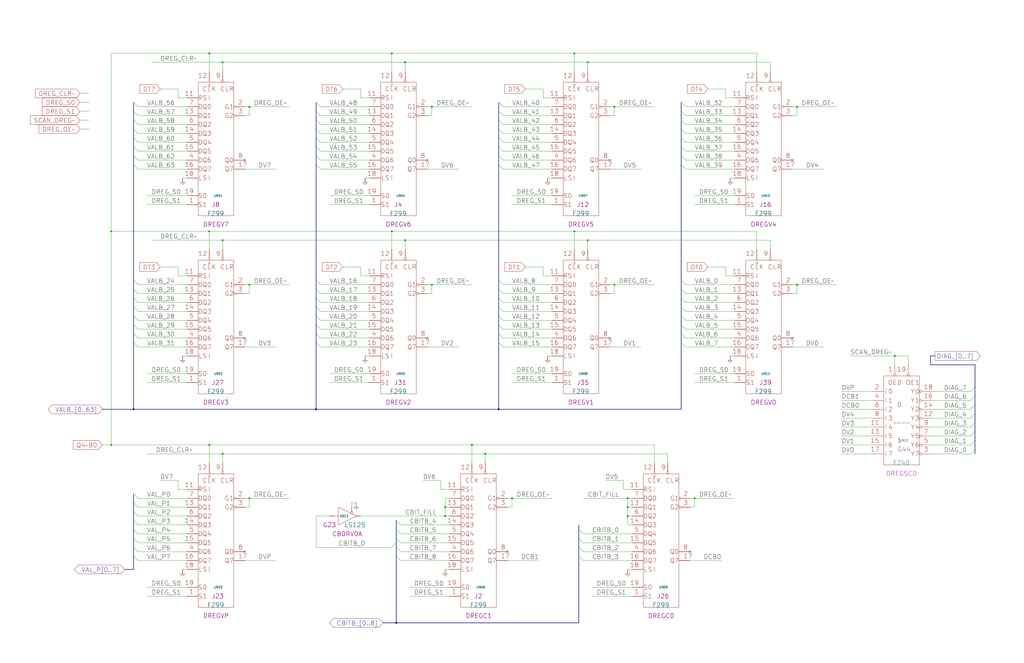
<source format=kicad_sch>
(kicad_sch (version 20211123) (generator eeschema)
  (paper "User" 584.2 378.46)
  (title_block (title "BXCVR\\nVAL & VAL_PAR DIAG REG") (date "08-MAR-90") (rev "0.0") (comment 1 "MEM32 BOARD") (comment 2 "232-003066") (comment 3 "S400") (comment 4 "RELEASED"))
  (junction (at 292.1 284.48))
  (junction (at 142.24 284.48))
  (junction (at 276.86 259.08))
  (junction (at 254 289.56))
  (junction (at 231.14 137.16))
  (junction (at 63.5 132.08))
  (junction (at 510.54 203.2))
  (junction (at 127 259.08))
  (junction (at 350.52 162.56))
  (junction (at 246.38 162.56))
  (junction (at 127 35.56))
  (junction (at 269.24 254))
  (junction (at 119.38 30.48))
  (junction (at 142.24 60.96))
  (junction (at 119.38 132.08))
  (junction (at 119.38 254))
  (junction (at 223.52 132.08))
  (junction (at 226.06 355.6))
  (junction (at 76.2 233.68))
  (junction (at 327.66 30.48))
  (junction (at 142.24 162.56))
  (junction (at 396.24 284.48))
  (junction (at 127 137.16))
  (junction (at 335.28 137.16))
  (junction (at 454.66 60.96))
  (junction (at 180.34 233.68))
  (junction (at 231.14 35.56))
  (junction (at 254 294.64))
  (junction (at 358.14 294.64))
  (junction (at 246.38 60.96))
  (junction (at 335.28 35.56))
  (junction (at 327.66 132.08))
  (junction (at 358.14 289.56))
  (junction (at 63.5 254))
  (junction (at 350.52 60.96))
  (junction (at 284.48 233.68))
  (junction (at 358.14 284.48))
  (junction (at 454.66 162.56))
  (junction (at 223.52 30.48))
  (no_connect (at 289.56 314.96))
  (no_connect (at 139.7 193.04))
  (no_connect (at 243.84 91.44))
  (no_connect (at 347.98 91.44))
  (no_connect (at 347.98 193.04))
  (no_connect (at 139.7 314.96))
  (no_connect (at 243.84 193.04))
  (no_connect (at 452.12 91.44))
  (no_connect (at 139.7 91.44))
  (no_connect (at 393.7 314.96))
  (no_connect (at 452.12 193.04))
  (bus_entry (at 284.48 170.18) (size 2.54 2.54))
  (bus_entry (at 388.62 165.1) (size 2.54 2.54))
  (bus_entry (at 330.2 302.26) (size 2.54 2.54))
  (bus_entry (at 388.62 160.02) (size 2.54 2.54))
  (bus_entry (at 76.2 180.34) (size 2.54 2.54))
  (bus_entry (at 76.2 185.42) (size 2.54 2.54))
  (bus_entry (at 556.26 231.14) (size -2.54 2.54))
  (bus_entry (at 284.48 175.26) (size 2.54 2.54))
  (bus_entry (at 284.48 185.42) (size 2.54 2.54))
  (bus_entry (at 284.48 93.98) (size 2.54 2.54))
  (bus_entry (at 388.62 83.82) (size 2.54 2.54))
  (bus_entry (at 556.26 226.06) (size -2.54 2.54))
  (bus_entry (at 284.48 78.74) (size 2.54 2.54))
  (bus_entry (at 388.62 195.58) (size 2.54 2.54))
  (bus_entry (at 388.62 180.34) (size 2.54 2.54))
  (bus_entry (at 76.2 165.1) (size 2.54 2.54))
  (bus_entry (at 180.34 195.58) (size 2.54 2.54))
  (bus_entry (at 284.48 83.82) (size 2.54 2.54))
  (bus_entry (at 180.34 93.98) (size 2.54 2.54))
  (bus_entry (at 180.34 160.02) (size 2.54 2.54))
  (bus_entry (at 76.2 287.02) (size 2.54 2.54))
  (bus_entry (at 180.34 190.5) (size 2.54 2.54))
  (bus_entry (at 76.2 83.82) (size 2.54 2.54))
  (bus_entry (at 284.48 165.1) (size 2.54 2.54))
  (bus_entry (at 556.26 246.38) (size -2.54 2.54))
  (bus_entry (at 284.48 160.02) (size 2.54 2.54))
  (bus_entry (at 76.2 297.18) (size 2.54 2.54))
  (bus_entry (at 284.48 180.34) (size 2.54 2.54))
  (bus_entry (at 330.2 307.34) (size 2.54 2.54))
  (bus_entry (at 388.62 58.42) (size 2.54 2.54))
  (bus_entry (at 76.2 93.98) (size 2.54 2.54))
  (bus_entry (at 76.2 160.02) (size 2.54 2.54))
  (bus_entry (at 180.34 165.1) (size 2.54 2.54))
  (bus_entry (at 556.26 256.54) (size -2.54 2.54))
  (bus_entry (at 330.2 317.5) (size 2.54 2.54))
  (bus_entry (at 76.2 317.5) (size 2.54 2.54))
  (bus_entry (at 388.62 190.5) (size 2.54 2.54))
  (bus_entry (at 388.62 93.98) (size 2.54 2.54))
  (bus_entry (at 180.34 175.26) (size 2.54 2.54))
  (bus_entry (at 388.62 78.74) (size 2.54 2.54))
  (bus_entry (at 226.06 307.34) (size 2.54 2.54))
  (bus_entry (at 76.2 73.66) (size 2.54 2.54))
  (bus_entry (at 76.2 307.34) (size 2.54 2.54))
  (bus_entry (at 284.48 88.9) (size 2.54 2.54))
  (bus_entry (at 226.06 317.5) (size 2.54 2.54))
  (bus_entry (at 76.2 175.26) (size 2.54 2.54))
  (bus_entry (at 226.06 309.88) (size -2.54 2.54))
  (bus_entry (at 180.34 170.18) (size 2.54 2.54))
  (bus_entry (at 76.2 170.18) (size 2.54 2.54))
  (bus_entry (at 556.26 236.22) (size -2.54 2.54))
  (bus_entry (at 76.2 195.58) (size 2.54 2.54))
  (bus_entry (at 284.48 190.5) (size 2.54 2.54))
  (bus_entry (at 226.06 302.26) (size 2.54 2.54))
  (bus_entry (at 76.2 312.42) (size 2.54 2.54))
  (bus_entry (at 388.62 170.18) (size 2.54 2.54))
  (bus_entry (at 284.48 63.5) (size 2.54 2.54))
  (bus_entry (at 180.34 78.74) (size 2.54 2.54))
  (bus_entry (at 180.34 73.66) (size 2.54 2.54))
  (bus_entry (at 76.2 63.5) (size 2.54 2.54))
  (bus_entry (at 76.2 292.1) (size 2.54 2.54))
  (bus_entry (at 556.26 241.3) (size -2.54 2.54))
  (bus_entry (at 180.34 63.5) (size 2.54 2.54))
  (bus_entry (at 388.62 68.58) (size 2.54 2.54))
  (bus_entry (at 76.2 190.5) (size 2.54 2.54))
  (bus_entry (at 180.34 180.34) (size 2.54 2.54))
  (bus_entry (at 76.2 58.42) (size 2.54 2.54))
  (bus_entry (at 180.34 88.9) (size 2.54 2.54))
  (bus_entry (at 284.48 73.66) (size 2.54 2.54))
  (bus_entry (at 388.62 175.26) (size 2.54 2.54))
  (bus_entry (at 180.34 83.82) (size 2.54 2.54))
  (bus_entry (at 388.62 63.5) (size 2.54 2.54))
  (bus_entry (at 388.62 88.9) (size 2.54 2.54))
  (bus_entry (at 76.2 302.26) (size 2.54 2.54))
  (bus_entry (at 284.48 195.58) (size 2.54 2.54))
  (bus_entry (at 556.26 251.46) (size -2.54 2.54))
  (bus_entry (at 180.34 58.42) (size 2.54 2.54))
  (bus_entry (at 76.2 78.74) (size 2.54 2.54))
  (bus_entry (at 556.26 220.98) (size -2.54 2.54))
  (bus_entry (at 76.2 88.9) (size 2.54 2.54))
  (bus_entry (at 330.2 312.42) (size 2.54 2.54))
  (bus_entry (at 76.2 281.94) (size 2.54 2.54))
  (bus_entry (at 388.62 185.42) (size 2.54 2.54))
  (bus_entry (at 388.62 73.66) (size 2.54 2.54))
  (bus_entry (at 226.06 297.18) (size 2.54 2.54))
  (bus_entry (at 284.48 68.58) (size 2.54 2.54))
  (bus_entry (at 180.34 185.42) (size 2.54 2.54))
  (bus_entry (at 284.48 58.42) (size 2.54 2.54))
  (bus_entry (at 180.34 68.58) (size 2.54 2.54))
  (bus_entry (at 76.2 68.58) (size 2.54 2.54))
  (bus_entry (at 226.06 312.42) (size 2.54 2.54))
  (wire (pts (xy 416.56 203.2) (xy 419.1 203.2)))
  (bus (pts (xy 180.34 190.5) (xy 180.34 195.58)))
  (wire (pts (xy 78.74 60.96) (xy 106.68 60.96)))
  (bus (pts (xy 556.26 231.14) (xy 556.26 236.22)))
  (wire (pts (xy 360.68 279.4) (xy 355.6 279.4)))
  (wire (pts (xy 243.84 96.52) (xy 261.62 96.52)))
  (wire (pts (xy 391.16 182.88) (xy 419.1 182.88)))
  (wire (pts (xy 246.38 167.64) (xy 246.38 162.56)))
  (wire (pts (xy 403.86 50.8) (xy 414.02 50.8)))
  (wire (pts (xy 78.74 289.56) (xy 106.68 289.56)))
  (wire (pts (xy 332.74 284.48) (xy 358.14 284.48)))
  (wire (pts (xy 358.14 284.48) (xy 360.68 284.48)))
  (bus (pts (xy 76.2 88.9) (xy 76.2 93.98)))
  (bus (pts (xy 71.12 325.12) (xy 76.2 325.12)))
  (bus (pts (xy 76.2 281.94) (xy 76.2 287.02)))
  (wire (pts (xy 480.06 223.52) (xy 497.84 223.52)))
  (wire (pts (xy 480.06 248.92) (xy 497.84 248.92)))
  (wire (pts (xy 480.06 228.6) (xy 497.84 228.6)))
  (wire (pts (xy 439.42 35.56) (xy 439.42 40.64)))
  (wire (pts (xy 182.88 187.96) (xy 210.82 187.96)))
  (wire (pts (xy 246.38 60.96) (xy 269.24 60.96)))
  (wire (pts (xy 139.7 320.04) (xy 157.48 320.04)))
  (bus (pts (xy 284.48 180.34) (xy 284.48 185.42)))
  (bus (pts (xy 388.62 190.5) (xy 388.62 195.58)))
  (wire (pts (xy 243.84 198.12) (xy 261.62 198.12)))
  (wire (pts (xy 78.74 162.56) (xy 106.68 162.56)))
  (wire (pts (xy 78.74 193.04) (xy 106.68 193.04)))
  (wire (pts (xy 182.88 96.52) (xy 210.82 96.52)))
  (wire (pts (xy 246.38 66.04) (xy 246.38 60.96)))
  (wire (pts (xy 45.72 53.34) (xy 50.8 53.34)))
  (wire (pts (xy 391.16 96.52) (xy 419.1 96.52)))
  (wire (pts (xy 530.86 238.76) (xy 553.72 238.76)))
  (bus (pts (xy 388.62 78.74) (xy 388.62 83.82)))
  (wire (pts (xy 208.28 101.6) (xy 210.82 101.6)))
  (wire (pts (xy 200.66 287.02) (xy 200.66 289.56)))
  (wire (pts (xy 203.2 287.02) (xy 200.66 287.02)))
  (wire (pts (xy 391.16 60.96) (xy 419.1 60.96)))
  (wire (pts (xy 287.02 182.88) (xy 314.96 182.88)))
  (wire (pts (xy 452.12 96.52) (xy 469.9 96.52)))
  (wire (pts (xy 287.02 193.04) (xy 314.96 193.04)))
  (wire (pts (xy 312.42 101.6) (xy 314.96 101.6)))
  (bus (pts (xy 58.42 233.68) (xy 76.2 233.68)))
  (bus (pts (xy 76.2 233.68) (xy 180.34 233.68)))
  (bus (pts (xy 180.34 233.68) (xy 284.48 233.68)))
  (bus (pts (xy 284.48 233.68) (xy 388.62 233.68)))
  (bus (pts (xy 388.62 58.42) (xy 388.62 63.5)))
  (wire (pts (xy 396.24 284.48) (xy 419.1 284.48)))
  (wire (pts (xy 119.38 30.48) (xy 119.38 40.64)))
  (wire (pts (xy 101.6 157.48) (xy 101.6 152.4)))
  (wire (pts (xy 251.46 279.4) (xy 251.46 274.32)))
  (wire (pts (xy 530.86 254) (xy 553.72 254)))
  (wire (pts (xy 182.88 193.04) (xy 210.82 193.04)))
  (wire (pts (xy 243.84 60.96) (xy 246.38 60.96)))
  (wire (pts (xy 182.88 66.04) (xy 210.82 66.04)))
  (wire (pts (xy 223.52 30.48) (xy 223.52 40.64)))
  (bus (pts (xy 76.2 307.34) (xy 76.2 312.42)))
  (wire (pts (xy 243.84 66.04) (xy 246.38 66.04)))
  (bus (pts (xy 530.86 203.2) (xy 530.86 208.28)))
  (bus (pts (xy 530.86 208.28) (xy 556.26 208.28)))
  (bus (pts (xy 533.4 203.2) (xy 530.86 203.2)))
  (bus (pts (xy 556.26 208.28) (xy 556.26 220.98)))
  (wire (pts (xy 86.36 35.56) (xy 127 35.56)))
  (wire (pts (xy 127 35.56) (xy 231.14 35.56)))
  (wire (pts (xy 231.14 35.56) (xy 335.28 35.56)))
  (wire (pts (xy 335.28 35.56) (xy 439.42 35.56)))
  (bus (pts (xy 180.34 88.9) (xy 180.34 93.98)))
  (wire (pts (xy 454.66 162.56) (xy 477.52 162.56)))
  (wire (pts (xy 332.74 314.96) (xy 360.68 314.96)))
  (wire (pts (xy 78.74 86.36) (xy 106.68 86.36)))
  (bus (pts (xy 388.62 180.34) (xy 388.62 185.42)))
  (wire (pts (xy 63.5 132.08) (xy 119.38 132.08)))
  (wire (pts (xy 119.38 132.08) (xy 223.52 132.08)))
  (wire (pts (xy 223.52 132.08) (xy 327.66 132.08)))
  (wire (pts (xy 327.66 132.08) (xy 431.8 132.08)))
  (wire (pts (xy 182.88 81.28) (xy 210.82 81.28)))
  (wire (pts (xy 332.74 309.88) (xy 360.68 309.88)))
  (bus (pts (xy 76.2 63.5) (xy 76.2 68.58)))
  (bus (pts (xy 330.2 312.42) (xy 330.2 317.5)))
  (wire (pts (xy 182.88 177.8) (xy 210.82 177.8)))
  (bus (pts (xy 284.48 78.74) (xy 284.48 83.82)))
  (wire (pts (xy 299.72 152.4) (xy 309.88 152.4)))
  (bus (pts (xy 180.34 68.58) (xy 180.34 73.66)))
  (wire (pts (xy 254 289.56) (xy 256.54 289.56)))
  (wire (pts (xy 83.82 116.84) (xy 106.68 116.84)))
  (wire (pts (xy 45.72 63.5) (xy 50.8 63.5)))
  (wire (pts (xy 228.6 309.88) (xy 256.54 309.88)))
  (wire (pts (xy 391.16 162.56) (xy 419.1 162.56)))
  (wire (pts (xy 332.74 304.8) (xy 360.68 304.8)))
  (bus (pts (xy 226.06 312.42) (xy 226.06 317.5)))
  (wire (pts (xy 78.74 91.44) (xy 106.68 91.44)))
  (wire (pts (xy 292.1 111.76) (xy 314.96 111.76)))
  (wire (pts (xy 431.8 132.08) (xy 431.8 142.24)))
  (wire (pts (xy 292.1 213.36) (xy 314.96 213.36)))
  (wire (pts (xy 139.7 198.12) (xy 157.48 198.12)))
  (wire (pts (xy 205.74 55.88) (xy 205.74 50.8)))
  (wire (pts (xy 63.5 30.48) (xy 63.5 132.08)))
  (wire (pts (xy 63.5 132.08) (xy 63.5 254)))
  (wire (pts (xy 63.5 254) (xy 119.38 254)))
  (wire (pts (xy 119.38 30.48) (xy 63.5 30.48)))
  (wire (pts (xy 119.38 254) (xy 269.24 254)))
  (wire (pts (xy 223.52 30.48) (xy 119.38 30.48)))
  (wire (pts (xy 269.24 254) (xy 373.38 254)))
  (wire (pts (xy 327.66 30.48) (xy 223.52 30.48)))
  (wire (pts (xy 431.8 30.48) (xy 327.66 30.48)))
  (bus (pts (xy 76.2 175.26) (xy 76.2 180.34)))
  (bus (pts (xy 180.34 175.26) (xy 180.34 180.34)))
  (wire (pts (xy 246.38 162.56) (xy 269.24 162.56)))
  (wire (pts (xy 139.7 289.56) (xy 142.24 289.56)))
  (bus (pts (xy 556.26 236.22) (xy 556.26 241.3)))
  (wire (pts (xy 391.16 81.28) (xy 419.1 81.28)))
  (wire (pts (xy 142.24 289.56) (xy 142.24 284.48)))
  (wire (pts (xy 78.74 314.96) (xy 106.68 314.96)))
  (wire (pts (xy 419.1 55.88) (xy 414.02 55.88)))
  (wire (pts (xy 299.72 50.8) (xy 309.88 50.8)))
  (wire (pts (xy 530.86 243.84) (xy 553.72 243.84)))
  (wire (pts (xy 347.98 198.12) (xy 365.76 198.12)))
  (bus (pts (xy 76.2 317.5) (xy 76.2 325.12)))
  (wire (pts (xy 83.82 340.36) (xy 106.68 340.36)))
  (wire (pts (xy 419.1 157.48) (xy 414.02 157.48)))
  (wire (pts (xy 327.66 30.48) (xy 327.66 40.64)))
  (bus (pts (xy 388.62 170.18) (xy 388.62 175.26)))
  (wire (pts (xy 139.7 162.56) (xy 142.24 162.56)))
  (wire (pts (xy 91.44 50.8) (xy 101.6 50.8)))
  (wire (pts (xy 101.6 55.88) (xy 101.6 50.8)))
  (wire (pts (xy 106.68 55.88) (xy 101.6 55.88)))
  (wire (pts (xy 78.74 177.8) (xy 106.68 177.8)))
  (wire (pts (xy 106.68 279.4) (xy 101.6 279.4)))
  (wire (pts (xy 452.12 162.56) (xy 454.66 162.56)))
  (wire (pts (xy 195.58 152.4) (xy 205.74 152.4)))
  (wire (pts (xy 83.82 218.44) (xy 106.68 218.44)))
  (wire (pts (xy 393.7 284.48) (xy 396.24 284.48)))
  (wire (pts (xy 187.96 111.76) (xy 210.82 111.76)))
  (wire (pts (xy 195.58 50.8) (xy 205.74 50.8)))
  (wire (pts (xy 431.8 30.48) (xy 431.8 40.64)))
  (wire (pts (xy 231.14 137.16) (xy 231.14 142.24)))
  (wire (pts (xy 292.1 218.44) (xy 314.96 218.44)))
  (wire (pts (xy 314.96 55.88) (xy 309.88 55.88)))
  (bus (pts (xy 284.48 88.9) (xy 284.48 93.98)))
  (wire (pts (xy 358.14 325.12) (xy 360.68 325.12)))
  (wire (pts (xy 337.82 340.36) (xy 360.68 340.36)))
  (wire (pts (xy 454.66 60.96) (xy 477.52 60.96)))
  (bus (pts (xy 76.2 58.42) (xy 76.2 63.5)))
  (wire (pts (xy 287.02 81.28) (xy 314.96 81.28)))
  (wire (pts (xy 182.88 167.64) (xy 210.82 167.64)))
  (wire (pts (xy 480.06 233.68) (xy 497.84 233.68)))
  (bus (pts (xy 284.48 160.02) (xy 284.48 165.1)))
  (bus (pts (xy 180.34 165.1) (xy 180.34 170.18)))
  (wire (pts (xy 243.84 162.56) (xy 246.38 162.56)))
  (wire (pts (xy 91.44 152.4) (xy 101.6 152.4)))
  (wire (pts (xy 104.14 101.6) (xy 106.68 101.6)))
  (wire (pts (xy 287.02 167.64) (xy 314.96 167.64)))
  (bus (pts (xy 388.62 73.66) (xy 388.62 78.74)))
  (wire (pts (xy 142.24 167.64) (xy 142.24 162.56)))
  (bus (pts (xy 388.62 160.02) (xy 388.62 165.1)))
  (wire (pts (xy 309.88 55.88) (xy 309.88 50.8)))
  (bus (pts (xy 284.48 195.58) (xy 284.48 233.68)))
  (wire (pts (xy 228.6 314.96) (xy 256.54 314.96)))
  (wire (pts (xy 78.74 284.48) (xy 106.68 284.48)))
  (wire (pts (xy 337.82 335.28) (xy 360.68 335.28)))
  (bus (pts (xy 180.34 83.82) (xy 180.34 88.9)))
  (wire (pts (xy 210.82 55.88) (xy 205.74 55.88)))
  (bus (pts (xy 180.34 63.5) (xy 180.34 68.58)))
  (bus (pts (xy 284.48 190.5) (xy 284.48 195.58)))
  (wire (pts (xy 139.7 96.52) (xy 157.48 96.52)))
  (bus (pts (xy 76.2 68.58) (xy 76.2 73.66)))
  (wire (pts (xy 78.74 172.72) (xy 106.68 172.72)))
  (wire (pts (xy 350.52 66.04) (xy 350.52 60.96)))
  (wire (pts (xy 347.98 96.52) (xy 365.76 96.52)))
  (bus (pts (xy 76.2 160.02) (xy 76.2 165.1)))
  (bus (pts (xy 226.06 302.26) (xy 226.06 307.34)))
  (wire (pts (xy 452.12 66.04) (xy 454.66 66.04)))
  (wire (pts (xy 289.56 289.56) (xy 292.1 289.56)))
  (wire (pts (xy 350.52 167.64) (xy 350.52 162.56)))
  (wire (pts (xy 127 137.16) (xy 127 142.24)))
  (wire (pts (xy 139.7 66.04) (xy 142.24 66.04)))
  (wire (pts (xy 142.24 66.04) (xy 142.24 60.96)))
  (wire (pts (xy 335.28 35.56) (xy 335.28 40.64)))
  (wire (pts (xy 393.7 320.04) (xy 411.48 320.04)))
  (wire (pts (xy 78.74 320.04) (xy 106.68 320.04)))
  (wire (pts (xy 287.02 91.44) (xy 314.96 91.44)))
  (wire (pts (xy 391.16 177.8) (xy 419.1 177.8)))
  (wire (pts (xy 119.38 132.08) (xy 119.38 142.24)))
  (wire (pts (xy 78.74 182.88) (xy 106.68 182.88)))
  (wire (pts (xy 287.02 96.52) (xy 314.96 96.52)))
  (bus (pts (xy 330.2 302.26) (xy 330.2 307.34)))
  (wire (pts (xy 78.74 167.64) (xy 106.68 167.64)))
  (bus (pts (xy 284.48 83.82) (xy 284.48 88.9)))
  (wire (pts (xy 396.24 116.84) (xy 419.1 116.84)))
  (wire (pts (xy 530.86 259.08) (xy 553.72 259.08)))
  (wire (pts (xy 396.24 218.44) (xy 419.1 218.44)))
  (wire (pts (xy 358.14 284.48) (xy 358.14 289.56)))
  (wire (pts (xy 358.14 289.56) (xy 358.14 294.64)))
  (wire (pts (xy 358.14 294.64) (xy 358.14 299.72)))
  (wire (pts (xy 360.68 299.72) (xy 358.14 299.72)))
  (bus (pts (xy 284.48 73.66) (xy 284.48 78.74)))
  (wire (pts (xy 396.24 213.36) (xy 419.1 213.36)))
  (wire (pts (xy 182.88 91.44) (xy 210.82 91.44)))
  (bus (pts (xy 388.62 185.42) (xy 388.62 190.5)))
  (wire (pts (xy 416.56 101.6) (xy 419.1 101.6)))
  (wire (pts (xy 182.88 76.2) (xy 210.82 76.2)))
  (wire (pts (xy 292.1 284.48) (xy 314.96 284.48)))
  (wire (pts (xy 391.16 187.96) (xy 419.1 187.96)))
  (wire (pts (xy 269.24 254) (xy 269.24 264.16)))
  (wire (pts (xy 350.52 162.56) (xy 373.38 162.56)))
  (wire (pts (xy 452.12 167.64) (xy 454.66 167.64)))
  (wire (pts (xy 480.06 243.84) (xy 497.84 243.84)))
  (bus (pts (xy 76.2 312.42) (xy 76.2 317.5)))
  (wire (pts (xy 228.6 320.04) (xy 256.54 320.04)))
  (wire (pts (xy 396.24 111.76) (xy 419.1 111.76)))
  (wire (pts (xy 276.86 259.08) (xy 276.86 264.16)))
  (wire (pts (xy 241.3 274.32) (xy 251.46 274.32)))
  (bus (pts (xy 76.2 180.34) (xy 76.2 185.42)))
  (wire (pts (xy 287.02 76.2) (xy 314.96 76.2)))
  (wire (pts (xy 391.16 91.44) (xy 419.1 91.44)))
  (wire (pts (xy 287.02 60.96) (xy 314.96 60.96)))
  (wire (pts (xy 530.86 233.68) (xy 553.72 233.68)))
  (bus (pts (xy 76.2 302.26) (xy 76.2 307.34)))
  (wire (pts (xy 350.52 60.96) (xy 373.38 60.96)))
  (wire (pts (xy 182.88 86.36) (xy 210.82 86.36)))
  (bus (pts (xy 388.62 88.9) (xy 388.62 93.98)))
  (wire (pts (xy 358.14 294.64) (xy 360.68 294.64)))
  (bus (pts (xy 180.34 73.66) (xy 180.34 78.74)))
  (wire (pts (xy 139.7 60.96) (xy 142.24 60.96)))
  (wire (pts (xy 142.24 60.96) (xy 165.1 60.96)))
  (wire (pts (xy 187.96 218.44) (xy 210.82 218.44)))
  (wire (pts (xy 119.38 254) (xy 119.38 264.16)))
  (wire (pts (xy 287.02 71.12) (xy 314.96 71.12)))
  (bus (pts (xy 180.34 78.74) (xy 180.34 83.82)))
  (wire (pts (xy 452.12 60.96) (xy 454.66 60.96)))
  (wire (pts (xy 391.16 86.36) (xy 419.1 86.36)))
  (bus (pts (xy 284.48 175.26) (xy 284.48 180.34)))
  (wire (pts (xy 391.16 76.2) (xy 419.1 76.2)))
  (wire (pts (xy 373.38 254) (xy 373.38 264.16)))
  (bus (pts (xy 284.48 165.1) (xy 284.48 170.18)))
  (wire (pts (xy 106.68 157.48) (xy 101.6 157.48)))
  (bus (pts (xy 180.34 160.02) (xy 180.34 165.1)))
  (wire (pts (xy 347.98 167.64) (xy 350.52 167.64)))
  (wire (pts (xy 287.02 187.96) (xy 314.96 187.96)))
  (wire (pts (xy 78.74 294.64) (xy 106.68 294.64)))
  (wire (pts (xy 358.14 289.56) (xy 360.68 289.56)))
  (bus (pts (xy 76.2 190.5) (xy 76.2 195.58)))
  (bus (pts (xy 284.48 63.5) (xy 284.48 68.58)))
  (bus (pts (xy 388.62 68.58) (xy 388.62 73.66)))
  (wire (pts (xy 187.96 213.36) (xy 210.82 213.36)))
  (wire (pts (xy 327.66 132.08) (xy 327.66 142.24)))
  (bus (pts (xy 388.62 63.5) (xy 388.62 68.58)))
  (wire (pts (xy 510.54 203.2) (xy 518.16 203.2)))
  (wire (pts (xy 518.16 203.2) (xy 518.16 208.28)))
  (wire (pts (xy 182.88 172.72) (xy 210.82 172.72)))
  (wire (pts (xy 287.02 172.72) (xy 314.96 172.72)))
  (wire (pts (xy 243.84 167.64) (xy 246.38 167.64)))
  (bus (pts (xy 226.06 297.18) (xy 226.06 302.26)))
  (bus (pts (xy 556.26 226.06) (xy 556.26 231.14)))
  (wire (pts (xy 414.02 157.48) (xy 414.02 152.4)))
  (wire (pts (xy 530.86 223.52) (xy 553.72 223.52)))
  (bus (pts (xy 330.2 307.34) (xy 330.2 312.42)))
  (wire (pts (xy 180.34 294.64) (xy 187.96 294.64)))
  (wire (pts (xy 180.34 312.42) (xy 180.34 294.64)))
  (wire (pts (xy 223.52 312.42) (xy 180.34 312.42)))
  (wire (pts (xy 78.74 71.12) (xy 106.68 71.12)))
  (bus (pts (xy 76.2 78.74) (xy 76.2 83.82)))
  (wire (pts (xy 233.68 340.36) (xy 256.54 340.36)))
  (bus (pts (xy 556.26 246.38) (xy 556.26 251.46)))
  (wire (pts (xy 480.06 238.76) (xy 497.84 238.76)))
  (wire (pts (xy 309.88 157.48) (xy 309.88 152.4)))
  (wire (pts (xy 187.96 116.84) (xy 210.82 116.84)))
  (bus (pts (xy 388.62 83.82) (xy 388.62 88.9)))
  (wire (pts (xy 256.54 279.4) (xy 251.46 279.4)))
  (wire (pts (xy 480.06 259.08) (xy 497.84 259.08)))
  (bus (pts (xy 76.2 185.42) (xy 76.2 190.5)))
  (bus (pts (xy 180.34 195.58) (xy 180.34 233.68)))
  (wire (pts (xy 78.74 76.2) (xy 106.68 76.2)))
  (wire (pts (xy 78.74 81.28) (xy 106.68 81.28)))
  (wire (pts (xy 86.36 137.16) (xy 127 137.16)))
  (wire (pts (xy 127 137.16) (xy 231.14 137.16)))
  (wire (pts (xy 231.14 137.16) (xy 335.28 137.16)))
  (wire (pts (xy 335.28 137.16) (xy 439.42 137.16)))
  (wire (pts (xy 210.82 157.48) (xy 205.74 157.48)))
  (wire (pts (xy 454.66 66.04) (xy 454.66 60.96)))
  (wire (pts (xy 452.12 198.12) (xy 469.9 198.12)))
  (wire (pts (xy 254 325.12) (xy 256.54 325.12)))
  (wire (pts (xy 292.1 289.56) (xy 292.1 284.48)))
  (wire (pts (xy 347.98 66.04) (xy 350.52 66.04)))
  (bus (pts (xy 226.06 317.5) (xy 226.06 355.6)))
  (wire (pts (xy 439.42 137.16) (xy 439.42 142.24)))
  (bus (pts (xy 76.2 83.82) (xy 76.2 88.9)))
  (wire (pts (xy 254 284.48) (xy 254 289.56)))
  (wire (pts (xy 254 289.56) (xy 254 294.64)))
  (wire (pts (xy 256.54 284.48) (xy 254 284.48)))
  (bus (pts (xy 180.34 58.42) (xy 180.34 63.5)))
  (wire (pts (xy 393.7 289.56) (xy 396.24 289.56)))
  (bus (pts (xy 76.2 170.18) (xy 76.2 175.26)))
  (bus (pts (xy 180.34 185.42) (xy 180.34 190.5)))
  (wire (pts (xy 205.74 157.48) (xy 205.74 152.4)))
  (bus (pts (xy 556.26 241.3) (xy 556.26 246.38)))
  (wire (pts (xy 101.6 279.4) (xy 101.6 274.32)))
  (bus (pts (xy 180.34 180.34) (xy 180.34 185.42)))
  (wire (pts (xy 287.02 66.04) (xy 314.96 66.04)))
  (wire (pts (xy 414.02 55.88) (xy 414.02 50.8)))
  (wire (pts (xy 139.7 167.64) (xy 142.24 167.64)))
  (wire (pts (xy 391.16 167.64) (xy 419.1 167.64)))
  (bus (pts (xy 76.2 297.18) (xy 76.2 302.26)))
  (wire (pts (xy 381 259.08) (xy 381 264.16)))
  (bus (pts (xy 388.62 93.98) (xy 388.62 160.02)))
  (wire (pts (xy 391.16 198.12) (xy 419.1 198.12)))
  (wire (pts (xy 104.14 203.2) (xy 106.68 203.2)))
  (wire (pts (xy 182.88 182.88) (xy 210.82 182.88)))
  (wire (pts (xy 182.88 60.96) (xy 210.82 60.96)))
  (wire (pts (xy 182.88 71.12) (xy 210.82 71.12)))
  (wire (pts (xy 182.88 198.12) (xy 210.82 198.12)))
  (bus (pts (xy 218.44 355.6) (xy 226.06 355.6)))
  (bus (pts (xy 226.06 355.6) (xy 330.2 355.6)))
  (bus (pts (xy 330.2 299.72) (xy 330.2 302.26)))
  (wire (pts (xy 45.72 73.66) (xy 50.8 73.66)))
  (wire (pts (xy 205.74 294.64) (xy 254 294.64)))
  (wire (pts (xy 254 294.64) (xy 256.54 294.64)))
  (wire (pts (xy 228.6 304.8) (xy 256.54 304.8)))
  (wire (pts (xy 391.16 66.04) (xy 419.1 66.04)))
  (wire (pts (xy 287.02 162.56) (xy 314.96 162.56)))
  (wire (pts (xy 312.42 203.2) (xy 314.96 203.2)))
  (bus (pts (xy 76.2 195.58) (xy 76.2 233.68)))
  (wire (pts (xy 45.72 68.58) (xy 50.8 68.58)))
  (wire (pts (xy 287.02 177.8) (xy 314.96 177.8)))
  (bus (pts (xy 284.48 93.98) (xy 284.48 160.02)))
  (bus (pts (xy 226.06 309.88) (xy 226.06 312.42)))
  (wire (pts (xy 142.24 162.56) (xy 165.1 162.56)))
  (bus (pts (xy 284.48 170.18) (xy 284.48 175.26)))
  (wire (pts (xy 289.56 284.48) (xy 292.1 284.48)))
  (wire (pts (xy 91.44 274.32) (xy 101.6 274.32)))
  (bus (pts (xy 284.48 68.58) (xy 284.48 73.66)))
  (bus (pts (xy 76.2 93.98) (xy 76.2 160.02)))
  (bus (pts (xy 388.62 195.58) (xy 388.62 233.68)))
  (wire (pts (xy 454.66 167.64) (xy 454.66 162.56)))
  (wire (pts (xy 335.28 137.16) (xy 335.28 142.24)))
  (bus (pts (xy 180.34 93.98) (xy 180.34 160.02)))
  (wire (pts (xy 485.14 203.2) (xy 510.54 203.2)))
  (wire (pts (xy 510.54 203.2) (xy 510.54 208.28)))
  (wire (pts (xy 182.88 162.56) (xy 210.82 162.56)))
  (wire (pts (xy 391.16 172.72) (xy 419.1 172.72)))
  (bus (pts (xy 284.48 58.42) (xy 284.48 63.5)))
  (wire (pts (xy 289.56 320.04) (xy 307.34 320.04)))
  (wire (pts (xy 347.98 162.56) (xy 350.52 162.56)))
  (wire (pts (xy 83.82 259.08) (xy 127 259.08)))
  (wire (pts (xy 127 259.08) (xy 276.86 259.08)))
  (wire (pts (xy 276.86 259.08) (xy 381 259.08)))
  (wire (pts (xy 104.14 325.12) (xy 106.68 325.12)))
  (wire (pts (xy 83.82 213.36) (xy 106.68 213.36)))
  (wire (pts (xy 347.98 60.96) (xy 350.52 60.96)))
  (bus (pts (xy 226.06 307.34) (xy 226.06 309.88)))
  (wire (pts (xy 78.74 309.88) (xy 106.68 309.88)))
  (wire (pts (xy 208.28 203.2) (xy 210.82 203.2)))
  (wire (pts (xy 78.74 66.04) (xy 106.68 66.04)))
  (wire (pts (xy 78.74 187.96) (xy 106.68 187.96)))
  (wire (pts (xy 228.6 299.72) (xy 256.54 299.72)))
  (bus (pts (xy 556.26 251.46) (xy 556.26 256.54)))
  (bus (pts (xy 556.26 256.54) (xy 556.26 259.08)))
  (wire (pts (xy 345.44 274.32) (xy 355.6 274.32)))
  (wire (pts (xy 396.24 289.56) (xy 396.24 284.48)))
  (wire (pts (xy 292.1 116.84) (xy 314.96 116.84)))
  (wire (pts (xy 480.06 254) (xy 497.84 254)))
  (wire (pts (xy 142.24 284.48) (xy 165.1 284.48)))
  (wire (pts (xy 530.86 248.92) (xy 553.72 248.92)))
  (wire (pts (xy 391.16 193.04) (xy 419.1 193.04)))
  (bus (pts (xy 76.2 165.1) (xy 76.2 170.18)))
  (wire (pts (xy 223.52 132.08) (xy 223.52 142.24)))
  (wire (pts (xy 45.72 58.42) (xy 50.8 58.42)))
  (bus (pts (xy 76.2 287.02) (xy 76.2 292.1)))
  (wire (pts (xy 391.16 71.12) (xy 419.1 71.12)))
  (wire (pts (xy 58.42 254) (xy 63.5 254)))
  (wire (pts (xy 287.02 86.36) (xy 314.96 86.36)))
  (wire (pts (xy 231.14 35.56) (xy 231.14 40.64)))
  (wire (pts (xy 287.02 198.12) (xy 314.96 198.12)))
  (wire (pts (xy 78.74 299.72) (xy 106.68 299.72)))
  (bus (pts (xy 76.2 292.1) (xy 76.2 297.18)))
  (bus (pts (xy 284.48 185.42) (xy 284.48 190.5)))
  (bus (pts (xy 556.26 220.98) (xy 556.26 226.06)))
  (bus (pts (xy 330.2 317.5) (xy 330.2 355.6)))
  (wire (pts (xy 78.74 96.52) (xy 106.68 96.52)))
  (wire (pts (xy 355.6 279.4) (xy 355.6 274.32)))
  (wire (pts (xy 530.86 228.6) (xy 553.72 228.6)))
  (wire (pts (xy 233.68 335.28) (xy 256.54 335.28)))
  (bus (pts (xy 388.62 175.26) (xy 388.62 180.34)))
  (bus (pts (xy 388.62 165.1) (xy 388.62 170.18)))
  (bus (pts (xy 76.2 73.66) (xy 76.2 78.74)))
  (bus (pts (xy 180.34 170.18) (xy 180.34 175.26)))
  (wire (pts (xy 83.82 111.76) (xy 106.68 111.76)))
  (wire (pts (xy 78.74 198.12) (xy 106.68 198.12)))
  (wire (pts (xy 78.74 304.8) (xy 106.68 304.8)))
  (wire (pts (xy 332.74 320.04) (xy 360.68 320.04)))
  (wire (pts (xy 83.82 335.28) (xy 106.68 335.28)))
  (wire (pts (xy 127 35.56) (xy 127 40.64)))
  (wire (pts (xy 139.7 284.48) (xy 142.24 284.48)))
  (wire (pts (xy 314.96 157.48) (xy 309.88 157.48)))
  (wire (pts (xy 127 259.08) (xy 127 264.16)))
  (wire (pts (xy 403.86 152.4) (xy 414.02 152.4)))
  (label "CBITB_7" (at 233.68 314.96 0) (effects (font (size 2.54 2.54))))
  (label "VAL_P6" (at 83.82 314.96 0) (effects (font (size 2.54 2.54))))
  (label "CBITB_2" (at 337.82 314.96 0) (effects (font (size 2.54 2.54))))
  (label "VALB_31" (at 83.82 198.12 0) (effects (font (size 2.54 2.54))))
  (label "VAL_P7" (at 83.82 320.04 0) (effects (font (size 2.54 2.54))))
  (label "DV4" (at 459.74 96.52 0) (effects (font (size 2.54 2.54))))
  (label "VALB_26" (at 83.82 172.72 0) (effects (font (size 2.54 2.54))))
  (label "CBIT_FILL" (at 335.28 284.48 0) (effects (font (size 2.54 2.54))))
  (label "VALB_32" (at 396.24 60.96 0) (effects (font (size 2.54 2.54))))
  (label "VALB_53" (at 187.96 86.36 0) (effects (font (size 2.54 2.54))))
  (label "VALB_49" (at 187.96 66.04 0) (effects (font (size 2.54 2.54))))
  (label "DREG_S1" (at 86.36 116.84 0) (effects (font (size 2.54 2.54))))
  (label "VALB_50" (at 187.96 71.12 0) (effects (font (size 2.54 2.54))))
  (label "DV5" (at 345.44 274.32 0) (effects (font (size 2.54 2.54))))
  (label "VALB_25" (at 83.82 167.64 0) (effects (font (size 2.54 2.54))))
  (label "VALB_18" (at 187.96 172.72 0) (effects (font (size 2.54 2.54))))
  (label "VALB_24" (at 83.82 162.56 0) (effects (font (size 2.54 2.54))))
  (label "VAL_P2" (at 83.82 294.64 0) (effects (font (size 2.54 2.54))))
  (label "DIAG_4" (at 538.48 238.76 0) (effects (font (size 2.54 2.54))))
  (label "DREG_S0" (at 398.78 111.76 0) (effects (font (size 2.54 2.54))))
  (label "DREG_CLR~" (at 91.44 137.16 0) (effects (font (size 2.54 2.54))))
  (label "DREG_S0" (at 340.36 335.28 0) (effects (font (size 2.54 2.54))))
  (label "DV6" (at 241.3 274.32 0) (effects (font (size 2.54 2.54))))
  (label "VALB_46" (at 292.1 91.44 0) (effects (font (size 2.54 2.54))))
  (label "CBITB_1" (at 337.82 309.88 0) (effects (font (size 2.54 2.54))))
  (label "VALB_4" (at 396.24 182.88 0) (effects (font (size 2.54 2.54))))
  (label "VALB_28" (at 83.82 182.88 0) (effects (font (size 2.54 2.54))))
  (label "DV0" (at 459.74 198.12 0) (effects (font (size 2.54 2.54))))
  (label "VALB_42" (at 292.1 71.12 0) (effects (font (size 2.54 2.54))))
  (label "DV2" (at 251.46 198.12 0) (effects (font (size 2.54 2.54))))
  (label "DREG_S1" (at 340.36 340.36 0) (effects (font (size 2.54 2.54))))
  (label "DREG_S1" (at 398.78 218.44 0) (effects (font (size 2.54 2.54))))
  (label "CBIT_FILL" (at 231.14 294.64 0) (effects (font (size 2.54 2.54))))
  (label "VALB_44" (at 292.1 81.28 0) (effects (font (size 2.54 2.54))))
  (label "CBITB_0" (at 337.82 304.8 0) (effects (font (size 2.54 2.54))))
  (label "VALB_16" (at 187.96 162.56 0) (effects (font (size 2.54 2.54))))
  (label "DREG_S1" (at 398.78 116.84 0) (effects (font (size 2.54 2.54))))
  (label "VALB_59" (at 83.82 76.2 0) (effects (font (size 2.54 2.54))))
  (label "CBITB_3" (at 337.82 320.04 0) (effects (font (size 2.54 2.54))))
  (label "VALB_40" (at 292.1 60.96 0) (effects (font (size 2.54 2.54))))
  (label "DIAG_6" (at 538.48 228.6 0) (effects (font (size 2.54 2.54))))
  (label "DREG_CLR~" (at 91.44 35.56 0) (effects (font (size 2.54 2.54))))
  (label "DREG_S1" (at 294.64 116.84 0) (effects (font (size 2.54 2.54))))
  (label "DIAG_7" (at 538.48 223.52 0) (effects (font (size 2.54 2.54))))
  (label "DREG_S1" (at 86.36 218.44 0) (effects (font (size 2.54 2.54))))
  (label "VALB_10" (at 292.1 172.72 0) (effects (font (size 2.54 2.54))))
  (label "CBITB_8" (at 233.68 320.04 0) (effects (font (size 2.54 2.54))))
  (label "DV5" (at 355.6 96.52 0) (effects (font (size 2.54 2.54))))
  (label "VALB_38" (at 396.24 91.44 0) (effects (font (size 2.54 2.54))))
  (label "VALB_21" (at 187.96 187.96 0) (effects (font (size 2.54 2.54))))
  (label "DREG_OE~" (at 144.78 60.96 0) (effects (font (size 2.54 2.54))))
  (label "VALB_29" (at 83.82 187.96 0) (effects (font (size 2.54 2.54))))
  (label "VALB_17" (at 187.96 167.64 0) (effects (font (size 2.54 2.54))))
  (label "VALB_27" (at 83.82 177.8 0) (effects (font (size 2.54 2.54))))
  (label "VALB_22" (at 187.96 193.04 0) (effects (font (size 2.54 2.54))))
  (label "CBITB_5" (at 233.68 304.8 0) (effects (font (size 2.54 2.54))))
  (label "VALB_62" (at 83.82 91.44 0) (effects (font (size 2.54 2.54))))
  (label "CBITB_0" (at 193.04 312.42 0) (effects (font (size 2.54 2.54))))
  (label "VALB_34" (at 396.24 71.12 0) (effects (font (size 2.54 2.54))))
  (label "VALB_36" (at 396.24 81.28 0) (effects (font (size 2.54 2.54))))
  (label "DV4" (at 480.06 238.76 0) (effects (font (size 2.54 2.54))))
  (label "DV1" (at 480.06 254 0) (effects (font (size 2.54 2.54))))
  (label "DREG_S0" (at 190.5 111.76 0) (effects (font (size 2.54 2.54))))
  (label "DV3" (at 147.32 198.12 0) (effects (font (size 2.54 2.54))))
  (label "VAL_P1" (at 83.82 289.56 0) (effects (font (size 2.54 2.54))))
  (label "CBITB_4" (at 233.68 299.72 0) (effects (font (size 2.54 2.54))))
  (label "DIAG_2" (at 538.48 248.92 0) (effects (font (size 2.54 2.54))))
  (label "DREG_OE~" (at 353.06 60.96 0) (effects (font (size 2.54 2.54))))
  (label "DREG_S0" (at 236.22 335.28 0) (effects (font (size 2.54 2.54))))
  (label "DREG_OE~" (at 144.78 284.48 0) (effects (font (size 2.54 2.54))))
  (label "DREG_OE~" (at 353.06 162.56 0) (effects (font (size 2.54 2.54))))
  (label "VALB_20" (at 187.96 182.88 0) (effects (font (size 2.54 2.54))))
  (label "DREG_OE~" (at 144.78 162.56 0) (effects (font (size 2.54 2.54))))
  (label "VALB_19" (at 187.96 177.8 0) (effects (font (size 2.54 2.54))))
  (label "DCB1" (at 480.06 228.6 0) (effects (font (size 2.54 2.54))))
  (label "VALB_33" (at 396.24 66.04 0) (effects (font (size 2.54 2.54))))
  (label "VALB_13" (at 292.1 187.96 0) (effects (font (size 2.54 2.54))))
  (label "VALB_52" (at 187.96 81.28 0) (effects (font (size 2.54 2.54))))
  (label "CBITB_6" (at 233.68 309.88 0) (effects (font (size 2.54 2.54))))
  (label "DREG_OE~" (at 248.92 60.96 0) (effects (font (size 2.54 2.54))))
  (label "DCB1" (at 297.18 320.04 0) (effects (font (size 2.54 2.54))))
  (label "DIAG_1" (at 538.48 254 0) (effects (font (size 2.54 2.54))))
  (label "VALB_11" (at 292.1 177.8 0) (effects (font (size 2.54 2.54))))
  (label "DV3" (at 480.06 243.84 0) (effects (font (size 2.54 2.54))))
  (label "DCB0" (at 401.32 320.04 0) (effects (font (size 2.54 2.54))))
  (label "VALB_47" (at 292.1 96.52 0) (effects (font (size 2.54 2.54))))
  (label "VALB_14" (at 292.1 193.04 0) (effects (font (size 2.54 2.54))))
  (label "VALB_6" (at 396.24 193.04 0) (effects (font (size 2.54 2.54))))
  (label "DREG_OE~" (at 457.2 60.96 0) (effects (font (size 2.54 2.54))))
  (label "DIAG_3" (at 538.48 243.84 0) (effects (font (size 2.54 2.54))))
  (label "DREG_S0" (at 398.78 213.36 0) (effects (font (size 2.54 2.54))))
  (label "VALB_51" (at 187.96 76.2 0) (effects (font (size 2.54 2.54))))
  (label "DREG_S0" (at 86.36 335.28 0) (effects (font (size 2.54 2.54))))
  (label "VALB_63" (at 83.82 96.52 0) (effects (font (size 2.54 2.54))))
  (label "VALB_30" (at 83.82 193.04 0) (effects (font (size 2.54 2.54))))
  (label "DREG_S0" (at 294.64 111.76 0) (effects (font (size 2.54 2.54))))
  (label "VALB_35" (at 396.24 76.2 0) (effects (font (size 2.54 2.54))))
  (label "DV7" (at 91.44 274.32 0) (effects (font (size 2.54 2.54))))
  (label "VAL_P5" (at 83.82 309.88 0) (effects (font (size 2.54 2.54))))
  (label "VAL_P4" (at 83.82 304.8 0) (effects (font (size 2.54 2.54))))
  (label "VALB_56" (at 83.82 60.96 0) (effects (font (size 2.54 2.54))))
  (label "VALB_43" (at 292.1 76.2 0) (effects (font (size 2.54 2.54))))
  (label "DV6" (at 251.46 96.52 0) (effects (font (size 2.54 2.54))))
  (label "VALB_39" (at 396.24 96.52 0) (effects (font (size 2.54 2.54))))
  (label "DVP" (at 147.32 320.04 0) (effects (font (size 2.54 2.54))))
  (label "DREG_S0" (at 86.36 111.76 0) (effects (font (size 2.54 2.54))))
  (label "DREG_S1" (at 236.22 340.36 0) (effects (font (size 2.54 2.54))))
  (label "DIAG_5" (at 538.48 233.68 0) (effects (font (size 2.54 2.54))))
  (label "DREG_OE~" (at 248.92 162.56 0) (effects (font (size 2.54 2.54))))
  (label "VALB_3" (at 396.24 177.8 0) (effects (font (size 2.54 2.54))))
  (label "VALB_9" (at 292.1 167.64 0) (effects (font (size 2.54 2.54))))
  (label "VALB_54" (at 187.96 91.44 0) (effects (font (size 2.54 2.54))))
  (label "VALB_0" (at 396.24 162.56 0) (effects (font (size 2.54 2.54))))
  (label "DREG_S1" (at 294.64 218.44 0) (effects (font (size 2.54 2.54))))
  (label "VALB_45" (at 292.1 86.36 0) (effects (font (size 2.54 2.54))))
  (label "VALB_48" (at 187.96 60.96 0) (effects (font (size 2.54 2.54))))
  (label "DREG_OE~" (at 398.78 284.48 0) (effects (font (size 2.54 2.54))))
  (label "DREG_S0" (at 86.36 213.36 0) (effects (font (size 2.54 2.54))))
  (label "VALB_37" (at 396.24 86.36 0) (effects (font (size 2.54 2.54))))
  (label "DREG_S0" (at 190.5 213.36 0) (effects (font (size 2.54 2.54))))
  (label "VALB_58" (at 83.82 71.12 0) (effects (font (size 2.54 2.54))))
  (label "DREG_OE~" (at 294.64 284.48 0) (effects (font (size 2.54 2.54))))
  (label "DREG_CLR~" (at 88.9 259.08 0) (effects (font (size 2.54 2.54))))
  (label "DV0" (at 480.06 259.08 0) (effects (font (size 2.54 2.54))))
  (label "VALB_23" (at 187.96 198.12 0) (effects (font (size 2.54 2.54))))
  (label "DIAG_0" (at 538.48 259.08 0) (effects (font (size 2.54 2.54))))
  (label "VALB_57" (at 83.82 66.04 0) (effects (font (size 2.54 2.54))))
  (label "VALB_5" (at 396.24 187.96 0) (effects (font (size 2.54 2.54))))
  (label "VALB_61" (at 83.82 86.36 0) (effects (font (size 2.54 2.54))))
  (label "VALB_12" (at 292.1 182.88 0) (effects (font (size 2.54 2.54))))
  (label "DREG_S1" (at 190.5 116.84 0) (effects (font (size 2.54 2.54))))
  (label "DV7" (at 147.32 96.52 0) (effects (font (size 2.54 2.54))))
  (label "VALB_41" (at 292.1 66.04 0) (effects (font (size 2.54 2.54))))
  (label "VALB_7" (at 396.24 198.12 0) (effects (font (size 2.54 2.54))))
  (label "VALB_55" (at 187.96 96.52 0) (effects (font (size 2.54 2.54))))
  (label "VAL_P3" (at 83.82 299.72 0) (effects (font (size 2.54 2.54))))
  (label "DREG_S1" (at 190.5 218.44 0) (effects (font (size 2.54 2.54))))
  (label "VALB_2" (at 396.24 172.72 0) (effects (font (size 2.54 2.54))))
  (label "DREG_S1" (at 86.36 340.36 0) (effects (font (size 2.54 2.54))))
  (label "DCB0" (at 480.06 233.68 0) (effects (font (size 2.54 2.54))))
  (label "DREG_S0" (at 294.64 213.36 0) (effects (font (size 2.54 2.54))))
  (label "VALB_8" (at 292.1 162.56 0) (effects (font (size 2.54 2.54))))
  (label "DREG_OE~" (at 457.2 162.56 0) (effects (font (size 2.54 2.54))))
  (label "VALB_1" (at 396.24 167.64 0) (effects (font (size 2.54 2.54))))
  (label "VALB_15" (at 292.1 198.12 0) (effects (font (size 2.54 2.54))))
  (label "DV1" (at 355.6 198.12 0) (effects (font (size 2.54 2.54))))
  (label "VALB_60" (at 83.82 81.28 0) (effects (font (size 2.54 2.54))))
  (label "DVP" (at 480.06 223.52 0) (effects (font (size 2.54 2.54))))
  (label "SCAN_DREG~" (at 485.14 203.2 0) (effects (font (size 2.54 2.54))))
  (label "DV2" (at 480.06 248.92 0) (effects (font (size 2.54 2.54))))
  (label "VAL_P0" (at 83.82 284.48 0) (effects (font (size 2.54 2.54))))
  (global_label "Q4~B0" (shape input) (at 58.42 254 180) (effects (font (size 2.54 2.54))) (property "Intersheet References" "${INTERSHEET_REFS}" (at 34.6045 253.8413 0) (effects (font (size 2.54 2.54)) (justify right))))
  (global_label "SCAN_DREG~" (shape input) (at 45.72 68.58 180) (effects (font (size 2.54 2.54))) (property "Intersheet References" "${INTERSHEET_REFS}" (at 17.4292 68.4213 0) (effects (font (size 2.54 2.54)) (justify right))))
  (global_label "VALB_[0..63]" (shape bidirectional) (at 58.42 233.68 180) (effects (font (size 2.54 2.54))) (property "Intersheet References" "${INTERSHEET_REFS}" (at 29.6454 233.5213 0) (effects (font (size 2.54 2.54)) (justify right))))
  (global_label "DT1" (shape input) (at 299.72 152.4 180) (effects (font (size 2.54 2.54))) (property "Intersheet References" "${INTERSHEET_REFS}" (at 287.9997 152.2413 0) (effects (font (size 2.54 2.54)) (justify right))))
  (global_label "CBITB_[0..8]" (shape bidirectional) (at 218.44 355.6 180) (effects (font (size 2.54 2.54))) (property "Intersheet References" "${INTERSHEET_REFS}" (at 190.2702 355.4413 0) (effects (font (size 2.54 2.54)) (justify right))))
  (global_label "DIAG_[0..7]" (shape output) (at 533.4 203.2 0) (effects (font (size 2.54 2.54))) (property "Intersheet References" "${INTERSHEET_REFS}" (at 559.2717 203.0413 0) (effects (font (size 2.54 2.54)) (justify left))))
  (global_label "DREG_OE~" (shape input) (at 45.72 73.66 180) (effects (font (size 2.54 2.54))) (property "Intersheet References" "${INTERSHEET_REFS}" (at 22.2673 73.5013 0) (effects (font (size 2.54 2.54)) (justify right))))
  (global_label "DT0" (shape input) (at 403.86 152.4 180) (effects (font (size 2.54 2.54))) (property "Intersheet References" "${INTERSHEET_REFS}" (at 392.1397 152.2413 0) (effects (font (size 2.54 2.54)) (justify right))))
  (global_label "DREG_S1" (shape input) (at 45.72 63.5 180) (effects (font (size 2.54 2.54))) (property "Intersheet References" "${INTERSHEET_REFS}" (at 24.2026 63.3413 0) (effects (font (size 2.54 2.54)) (justify right))))
  (global_label "DT3" (shape input) (at 91.44 152.4 180) (effects (font (size 2.54 2.54))) (property "Intersheet References" "${INTERSHEET_REFS}" (at 79.7197 152.2413 0) (effects (font (size 2.54 2.54)) (justify right))))
  (global_label "DREG_S0" (shape input) (at 45.72 58.42 180) (effects (font (size 2.54 2.54))) (property "Intersheet References" "${INTERSHEET_REFS}" (at 24.2026 58.2613 0) (effects (font (size 2.54 2.54)) (justify right))))
  (global_label "DT7" (shape input) (at 91.44 50.8 180) (effects (font (size 2.54 2.54))) (property "Intersheet References" "${INTERSHEET_REFS}" (at 79.7197 50.6413 0) (effects (font (size 2.54 2.54)) (justify right))))
  (global_label "DT6" (shape input) (at 195.58 50.8 180) (effects (font (size 2.54 2.54))) (property "Intersheet References" "${INTERSHEET_REFS}" (at 183.8597 50.6413 0) (effects (font (size 2.54 2.54)) (justify right))))
  (global_label "VAL_P[0..7]" (shape bidirectional) (at 71.12 325.12 180) (effects (font (size 2.54 2.54))) (property "Intersheet References" "${INTERSHEET_REFS}" (at 44.7645 324.9613 0) (effects (font (size 2.54 2.54)) (justify right))))
  (global_label "DT2" (shape input) (at 195.58 152.4 180) (effects (font (size 2.54 2.54))) (property "Intersheet References" "${INTERSHEET_REFS}" (at 183.8597 152.2413 0) (effects (font (size 2.54 2.54)) (justify right))))
  (global_label "DT5" (shape input) (at 299.72 50.8 180) (effects (font (size 2.54 2.54))) (property "Intersheet References" "${INTERSHEET_REFS}" (at 287.9997 50.6413 0) (effects (font (size 2.54 2.54)) (justify right))))
  (global_label "DT4" (shape input) (at 403.86 50.8 180) (effects (font (size 2.54 2.54))) (property "Intersheet References" "${INTERSHEET_REFS}" (at 392.1397 50.6413 0) (effects (font (size 2.54 2.54)) (justify right))))
  (global_label "DREG_CLR~" (shape input) (at 45.72 53.34 180) (effects (font (size 2.54 2.54))) (property "Intersheet References" "${INTERSHEET_REFS}" (at 20.0902 53.1813 0) (effects (font (size 2.54 2.54)) (justify right))))
  (symbol (lib_id "r1000:PD") (at 104.14 101.6 0) (unit 1) (in_bom no)
    (property "Reference" "#PWR0901" (effects hide))
    (property "Value" "PD" (effects hide))
  )
  (symbol (lib_id "r1000:PD") (at 208.28 101.6 0) (unit 1) (in_bom no)
    (property "Reference" "#PWR0904" (effects hide))
    (property "Value" "PD" (effects hide))
  )
  (symbol (lib_id "r1000:PD") (at 208.28 203.2 0) (unit 1) (in_bom no)
    (property "Reference" "#PWR0905" (effects hide))
    (property "Value" "PD" (effects hide))
  )
  (symbol (lib_id "r1000:F299") (at 330.2 218.44 0) (unit 1)
    (property "Reference" "U908" (at 332.74 213.36 0))
    (property "Value" "F299" (at 326.39 223.52 0) (effects (font (size 2.54 2.54)) (justify left)))
    (property "Location" "J35" (at 328.93 218.44 0) (effects (font (size 2.54 2.54)) (justify left)))
    (property "Name" "DREGV1" (at 331.47 231.14 0) (effects (font (size 2.54 2.54)) (justify bottom)))
  )
  (symbol (lib_id "r1000:PD") (at 358.14 325.12 0) (unit 1) (in_bom no)
    (property "Reference" "#PWR0909" (effects hide))
    (property "Value" "PD" (effects hide))
  )
  (symbol (lib_id "r1000:PD") (at 312.42 203.2 0) (unit 1) (in_bom no)
    (property "Reference" "#PWR0908" (effects hide))
    (property "Value" "PD" (effects hide))
  )
  (symbol (lib_id "r1000:F299") (at 226.06 116.84 0) (unit 1)
    (property "Reference" "U904" (at 228.6 111.76 0))
    (property "Value" "F299" (at 222.25 121.92 0) (effects (font (size 2.54 2.54)) (justify left)))
    (property "Location" "J4" (at 224.79 116.84 0) (effects (font (size 2.54 2.54)) (justify left)))
    (property "Name" "DREGV6" (at 227.33 129.54 0) (effects (font (size 2.54 2.54)) (justify bottom)))
  )
  (symbol (lib_id "r1000:PD") (at 104.14 203.2 0) (unit 1) (in_bom no)
    (property "Reference" "#PWR0902" (effects hide))
    (property "Value" "PD" (effects hide))
  )
  (symbol (lib_id "r1000:F240") (at 513.08 256.54 0) (unit 1)
    (property "Reference" "U912" (at 515.62 251.46 0))
    (property "Value" "F240" (at 509.27 264.16 0) (effects (font (size 2.54 2.54)) (justify left)))
    (property "Location" "G44" (at 511.81 256.54 0) (effects (font (size 2.54 2.54)) (justify left)))
    (property "Name" "DREGSCD" (at 514.35 271.78 0) (effects (font (size 2.54 2.54)) (justify bottom)))
  )
  (symbol (lib_id "r1000:PD") (at 312.42 101.6 0) (unit 1) (in_bom no)
    (property "Reference" "#PWR0907" (effects hide))
    (property "Value" "PD" (effects hide))
  )
  (symbol (lib_id "r1000:F299") (at 434.34 116.84 0) (unit 1)
    (property "Reference" "U910" (at 436.88 111.76 0))
    (property "Value" "F299" (at 430.53 121.92 0) (effects (font (size 2.54 2.54)) (justify left)))
    (property "Location" "J16" (at 433.07 116.84 0) (effects (font (size 2.54 2.54)) (justify left)))
    (property "Name" "DREGV4" (at 435.61 129.54 0) (effects (font (size 2.54 2.54)) (justify bottom)))
  )
  (symbol (lib_id "r1000:F299") (at 121.92 218.44 0) (unit 1)
    (property "Reference" "U902" (at 124.46 213.36 0))
    (property "Value" "F299" (at 118.11 223.52 0) (effects (font (size 2.54 2.54)) (justify left)))
    (property "Location" "J27" (at 120.65 218.44 0) (effects (font (size 2.54 2.54)) (justify left)))
    (property "Name" "DREGV3" (at 123.19 231.14 0) (effects (font (size 2.54 2.54)) (justify bottom)))
  )
  (symbol (lib_id "r1000:F299") (at 330.2 116.84 0) (unit 1)
    (property "Reference" "U907" (at 332.74 111.76 0))
    (property "Value" "F299" (at 326.39 121.92 0) (effects (font (size 2.54 2.54)) (justify left)))
    (property "Location" "J12" (at 328.93 116.84 0) (effects (font (size 2.54 2.54)) (justify left)))
    (property "Name" "DREGV5" (at 331.47 129.54 0) (effects (font (size 2.54 2.54)) (justify bottom)))
  )
  (symbol (lib_id "r1000:PD") (at 104.14 325.12 0) (unit 1) (in_bom no)
    (property "Reference" "#PWR0903" (effects hide))
    (property "Value" "PD" (effects hide))
  )
  (symbol (lib_id "r1000:LS125") (at 195.58 294.64 0) (unit 1)
    (property "Reference" "U913" (at 196.215 294.64 0))
    (property "Value" "LS125" (at 202.565 299.72 0) (effects (font (size 2.54 2.54))))
    (property "Location" "G23" (at 187.96 299.72 0) (effects (font (size 2.54 2.54))))
    (property "Name" "CBDRV0A" (at 198.12 304.8 0) (effects (font (size 2.54 2.54))))
  )
  (symbol (lib_id "r1000:F299") (at 226.06 218.44 0) (unit 1)
    (property "Reference" "U905" (at 228.6 213.36 0))
    (property "Value" "F299" (at 222.25 223.52 0) (effects (font (size 2.54 2.54)) (justify left)))
    (property "Location" "J31" (at 224.79 218.44 0) (effects (font (size 2.54 2.54)) (justify left)))
    (property "Name" "DREGV2" (at 227.33 231.14 0) (effects (font (size 2.54 2.54)) (justify bottom)))
  )
  (symbol (lib_id "r1000:F299") (at 375.92 340.36 0) (unit 1)
    (property "Reference" "U909" (at 378.46 335.28 0))
    (property "Value" "F299" (at 372.11 345.44 0) (effects (font (size 2.54 2.54)) (justify left)))
    (property "Location" "J26" (at 374.65 340.36 0) (effects (font (size 2.54 2.54)) (justify left)))
    (property "Name" "DREGC0" (at 377.19 353.06 0) (effects (font (size 2.54 2.54)) (justify bottom)))
  )
  (symbol (lib_id "r1000:PD") (at 416.56 101.6 0) (unit 1) (in_bom no)
    (property "Reference" "#PWR0910" (effects hide))
    (property "Value" "PD" (effects hide))
  )
  (symbol (lib_id "r1000:F299") (at 434.34 218.44 0) (unit 1)
    (property "Reference" "U911" (at 436.88 213.36 0))
    (property "Value" "F299" (at 430.53 223.52 0) (effects (font (size 2.54 2.54)) (justify left)))
    (property "Location" "J39" (at 433.07 218.44 0) (effects (font (size 2.54 2.54)) (justify left)))
    (property "Name" "DREGV0" (at 435.61 231.14 0) (effects (font (size 2.54 2.54)) (justify bottom)))
  )
  (symbol (lib_id "r1000:F299") (at 271.78 340.36 0) (unit 1)
    (property "Reference" "U906" (at 274.32 335.28 0))
    (property "Value" "F299" (at 267.97 345.44 0) (effects (font (size 2.54 2.54)) (justify left)))
    (property "Location" "J2" (at 270.51 340.36 0) (effects (font (size 2.54 2.54)) (justify left)))
    (property "Name" "DREGC1" (at 273.05 353.06 0) (effects (font (size 2.54 2.54)) (justify bottom)))
  )
  (symbol (lib_id "r1000:PD") (at 254 325.12 0) (unit 1) (in_bom no)
    (property "Reference" "#PWR0906" (effects hide))
    (property "Value" "PD" (effects hide))
  )
  (symbol (lib_id "r1000:F299") (at 121.92 116.84 0) (unit 1)
    (property "Reference" "U901" (at 124.46 111.76 0))
    (property "Value" "F299" (at 118.11 121.92 0) (effects (font (size 2.54 2.54)) (justify left)))
    (property "Location" "J8" (at 120.65 116.84 0) (effects (font (size 2.54 2.54)) (justify left)))
    (property "Name" "DREGV7" (at 123.19 129.54 0) (effects (font (size 2.54 2.54)) (justify bottom)))
  )
  (symbol (lib_id "r1000:PD") (at 203.2 287.02 0) (unit 1) (in_bom no)
    (property "Reference" "#PWR0912" (effects hide))
    (property "Value" "PD" (effects hide))
  )
  (symbol (lib_id "r1000:F299") (at 121.92 340.36 0) (unit 1)
    (property "Reference" "U903" (at 124.46 335.28 0))
    (property "Value" "F299" (at 118.11 345.44 0) (effects (font (size 2.54 2.54)) (justify left)))
    (property "Location" "J23" (at 120.65 340.36 0) (effects (font (size 2.54 2.54)) (justify left)))
    (property "Name" "DREGVP" (at 123.19 353.06 0) (effects (font (size 2.54 2.54)) (justify bottom)))
  )
  (symbol (lib_id "r1000:PD") (at 416.56 203.2 0) (unit 1) (in_bom no)
    (property "Reference" "#PWR0911" (effects hide))
    (property "Value" "PD" (effects hide))
  )
)
</source>
